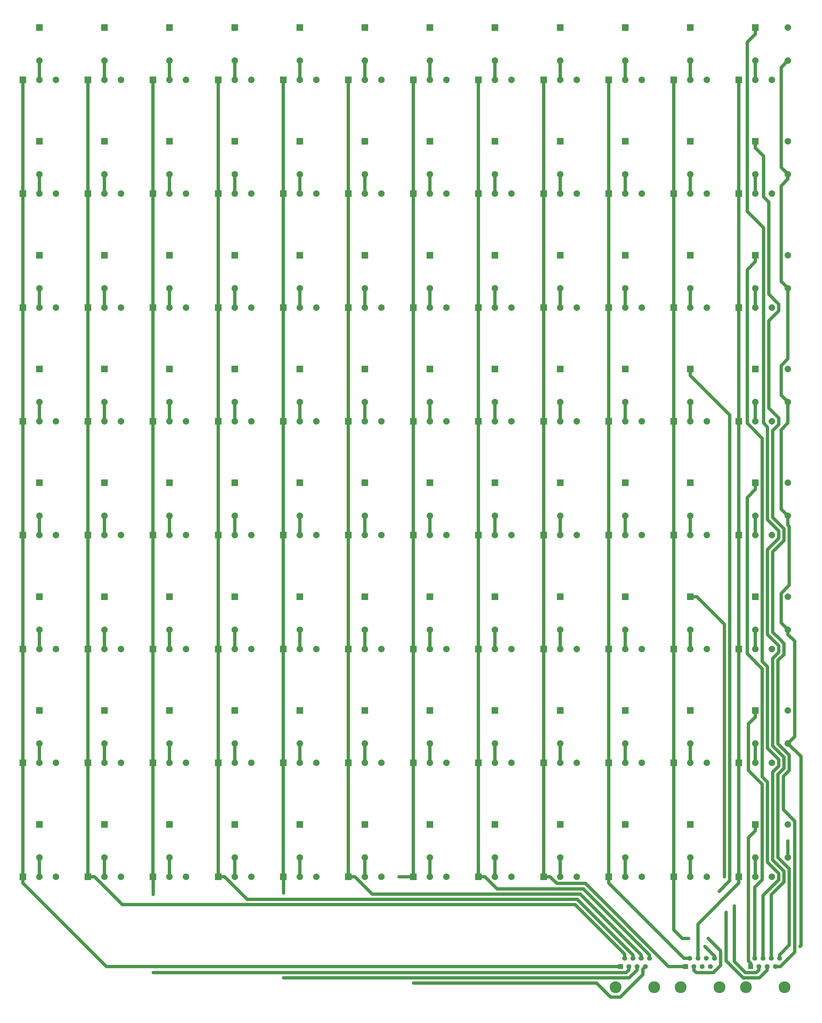
<source format=gbr>
%FSLAX46Y46*%
G04 Gerber Fmt 4.6, Leading zero omitted, Abs format (unit mm)*
G04 Created by KiCad (PCBNEW (2014-10-05 BZR 5164)-product) date Mon 03 Nov 2014 10:46:33 AM CET*
%MOMM*%
G01*
G04 APERTURE LIST*
%ADD10C,0.100000*%
%ADD11C,1.998980*%
%ADD12C,3.649980*%
%ADD13R,1.501140X1.501140*%
%ADD14C,1.501140*%
%ADD15R,1.998980X1.998980*%
%ADD16C,2.000000*%
%ADD17R,2.000000X2.000000*%
%ADD18C,0.889000*%
%ADD19C,1.016000*%
G04 APERTURE END LIST*
D10*
D11*
X419500000Y-279920000D03*
X419500000Y-290080000D03*
D12*
X418438520Y-365000000D03*
X406569100Y-365000000D03*
D13*
X408055000Y-358650000D03*
D14*
X409325000Y-356110000D03*
X410595000Y-358650000D03*
X411865000Y-356110000D03*
X413135000Y-358650000D03*
X414405000Y-356110000D03*
X415675000Y-358650000D03*
X416945000Y-356110000D03*
D12*
X398438520Y-365000000D03*
X386569100Y-365000000D03*
D13*
X388055000Y-358650000D03*
D14*
X389325000Y-356110000D03*
X390595000Y-358650000D03*
X391865000Y-356110000D03*
X393135000Y-358650000D03*
X394405000Y-356110000D03*
X395675000Y-358650000D03*
X396945000Y-356110000D03*
D11*
X189500000Y-325080000D03*
D15*
X189500000Y-314920000D03*
D11*
X189500000Y-290080000D03*
D15*
X189500000Y-279920000D03*
D11*
X189500000Y-255080000D03*
D15*
X189500000Y-244920000D03*
D11*
X189500000Y-220080000D03*
D15*
X189500000Y-209920000D03*
D11*
X189500000Y-185080000D03*
D15*
X189500000Y-174920000D03*
D11*
X189500000Y-150080000D03*
D15*
X189500000Y-139920000D03*
D11*
X189500000Y-115080000D03*
D15*
X189500000Y-104920000D03*
D11*
X189500000Y-80080000D03*
D15*
X189500000Y-69920000D03*
D11*
X209500000Y-325080000D03*
D15*
X209500000Y-314920000D03*
D11*
X209500000Y-290080000D03*
D15*
X209500000Y-279920000D03*
D11*
X209500000Y-255080000D03*
D15*
X209500000Y-244920000D03*
D11*
X209500000Y-220080000D03*
D15*
X209500000Y-209920000D03*
D11*
X209500000Y-185080000D03*
D15*
X209500000Y-174920000D03*
D11*
X209500000Y-150080000D03*
D15*
X209500000Y-139920000D03*
D11*
X209500000Y-115080000D03*
D15*
X209500000Y-104920000D03*
D11*
X209500000Y-80080000D03*
D15*
X209500000Y-69920000D03*
D11*
X229500000Y-325080000D03*
D15*
X229500000Y-314920000D03*
D11*
X229500000Y-290080000D03*
D15*
X229500000Y-279920000D03*
D11*
X229500000Y-255080000D03*
D15*
X229500000Y-244920000D03*
D11*
X229500000Y-220080000D03*
D15*
X229500000Y-209920000D03*
D11*
X229500000Y-185080000D03*
D15*
X229500000Y-174920000D03*
D11*
X229500000Y-150080000D03*
D15*
X229500000Y-139920000D03*
D11*
X229500000Y-115080000D03*
D15*
X229500000Y-104920000D03*
D11*
X229500000Y-80080000D03*
D15*
X229500000Y-69920000D03*
D11*
X249500000Y-325080000D03*
D15*
X249500000Y-314920000D03*
D11*
X249500000Y-290080000D03*
D15*
X249500000Y-279920000D03*
D11*
X249500000Y-255080000D03*
D15*
X249500000Y-244920000D03*
D11*
X249500000Y-220080000D03*
D15*
X249500000Y-209920000D03*
D11*
X249500000Y-185080000D03*
D15*
X249500000Y-174920000D03*
D11*
X249500000Y-150080000D03*
D15*
X249500000Y-139920000D03*
D11*
X249500000Y-115080000D03*
D15*
X249500000Y-104920000D03*
D11*
X249500000Y-80080000D03*
D15*
X249500000Y-69920000D03*
D11*
X269500000Y-325080000D03*
D15*
X269500000Y-314920000D03*
D11*
X269500000Y-290080000D03*
D15*
X269500000Y-279920000D03*
D11*
X269500000Y-255080000D03*
D15*
X269500000Y-244920000D03*
D11*
X269500000Y-220080000D03*
D15*
X269500000Y-209920000D03*
D11*
X269500000Y-185080000D03*
D15*
X269500000Y-174920000D03*
D11*
X269500000Y-150080000D03*
D15*
X269500000Y-139920000D03*
D11*
X269500000Y-115080000D03*
D15*
X269500000Y-104920000D03*
D11*
X269500000Y-80080000D03*
D15*
X269500000Y-69920000D03*
D11*
X289500000Y-325080000D03*
D15*
X289500000Y-314920000D03*
D11*
X289500000Y-290080000D03*
D15*
X289500000Y-279920000D03*
D11*
X289500000Y-255080000D03*
D15*
X289500000Y-244920000D03*
D11*
X289500000Y-220080000D03*
D15*
X289500000Y-209920000D03*
D11*
X289500000Y-185080000D03*
D15*
X289500000Y-174920000D03*
D11*
X289500000Y-150080000D03*
D15*
X289500000Y-139920000D03*
D11*
X289500000Y-115080000D03*
D15*
X289500000Y-104920000D03*
D11*
X289500000Y-80080000D03*
D15*
X289500000Y-69920000D03*
D11*
X309500000Y-325080000D03*
D15*
X309500000Y-314920000D03*
D11*
X309500000Y-290080000D03*
D15*
X309500000Y-279920000D03*
D11*
X309500000Y-255080000D03*
D15*
X309500000Y-244920000D03*
D11*
X309500000Y-220080000D03*
D15*
X309500000Y-209920000D03*
D11*
X309500000Y-185080000D03*
D15*
X309500000Y-174920000D03*
D11*
X309500000Y-150080000D03*
D15*
X309500000Y-139920000D03*
D11*
X309500000Y-115080000D03*
D15*
X309500000Y-104920000D03*
D11*
X309500000Y-80080000D03*
D15*
X309500000Y-69920000D03*
D11*
X329500000Y-325080000D03*
D15*
X329500000Y-314920000D03*
D11*
X329500000Y-290080000D03*
D15*
X329500000Y-279920000D03*
D11*
X329500000Y-255080000D03*
D15*
X329500000Y-244920000D03*
D11*
X329500000Y-220080000D03*
D15*
X329500000Y-209920000D03*
D11*
X329500000Y-185080000D03*
D15*
X329500000Y-174920000D03*
D11*
X329500000Y-150080000D03*
D15*
X329500000Y-139920000D03*
D11*
X329500000Y-115080000D03*
D15*
X329500000Y-104920000D03*
D11*
X329500000Y-80080000D03*
D15*
X329500000Y-69920000D03*
D11*
X349500000Y-325080000D03*
D15*
X349500000Y-314920000D03*
D11*
X349500000Y-290080000D03*
D15*
X349500000Y-279920000D03*
D11*
X349500000Y-255080000D03*
D15*
X349500000Y-244920000D03*
D11*
X349500000Y-220080000D03*
D15*
X349500000Y-209920000D03*
D11*
X349500000Y-185080000D03*
D15*
X349500000Y-174920000D03*
D11*
X349500000Y-150080000D03*
D15*
X349500000Y-139920000D03*
D11*
X349500000Y-115080000D03*
D15*
X349500000Y-104920000D03*
D11*
X349500000Y-80080000D03*
D15*
X349500000Y-69920000D03*
D11*
X369500000Y-325080000D03*
D15*
X369500000Y-314920000D03*
D11*
X369500000Y-290080000D03*
D15*
X369500000Y-279920000D03*
D11*
X369500000Y-255080000D03*
D15*
X369500000Y-244920000D03*
D11*
X369500000Y-220080000D03*
D15*
X369500000Y-209920000D03*
D11*
X369500000Y-185080000D03*
D15*
X369500000Y-174920000D03*
D11*
X369500000Y-150080000D03*
D15*
X369500000Y-139920000D03*
D11*
X369500000Y-115080000D03*
D15*
X369500000Y-104920000D03*
D11*
X369500000Y-80080000D03*
D15*
X369500000Y-69920000D03*
D11*
X389500000Y-325080000D03*
D15*
X389500000Y-314920000D03*
D11*
X389500000Y-290080000D03*
D15*
X389500000Y-279920000D03*
D11*
X389500000Y-255080000D03*
D15*
X389500000Y-244920000D03*
D11*
X389500000Y-220080000D03*
D15*
X389500000Y-209920000D03*
D11*
X389500000Y-185080000D03*
D15*
X389500000Y-174920000D03*
D11*
X389500000Y-150080000D03*
D15*
X389500000Y-139920000D03*
D11*
X389500000Y-115080000D03*
D15*
X389500000Y-104920000D03*
D11*
X389500000Y-80080000D03*
D15*
X389500000Y-69920000D03*
D11*
X409500000Y-325080000D03*
D15*
X409500000Y-314920000D03*
D11*
X409500000Y-290080000D03*
D15*
X409500000Y-279920000D03*
D11*
X409500000Y-255080000D03*
D15*
X409500000Y-244920000D03*
D11*
X409500000Y-220080000D03*
D15*
X409500000Y-209920000D03*
D11*
X409500000Y-185080000D03*
D15*
X409500000Y-174920000D03*
D11*
X409500000Y-150080000D03*
D15*
X409500000Y-139920000D03*
D11*
X409500000Y-115080000D03*
D15*
X409500000Y-104920000D03*
D11*
X409500000Y-80080000D03*
D15*
X409500000Y-69920000D03*
D12*
X378438520Y-365000000D03*
X366569100Y-365000000D03*
D13*
X368055000Y-358650000D03*
D14*
X369325000Y-356110000D03*
X370595000Y-358650000D03*
X371865000Y-356110000D03*
X373135000Y-358650000D03*
X374405000Y-356110000D03*
X375675000Y-358650000D03*
X376945000Y-356110000D03*
D11*
X419500000Y-314920000D03*
X419500000Y-325080000D03*
X419500000Y-244920000D03*
X419500000Y-255080000D03*
X419500000Y-209920000D03*
X419500000Y-220080000D03*
X419500000Y-174920000D03*
X419500000Y-185080000D03*
X419500000Y-139920000D03*
X419500000Y-150080000D03*
X419500000Y-104920000D03*
X419500000Y-115080000D03*
X419500000Y-69920000D03*
X419500000Y-80080000D03*
D16*
X189500000Y-331000000D03*
X194580000Y-331000000D03*
D17*
X184420000Y-331000000D03*
D16*
X189500000Y-296000000D03*
X194580000Y-296000000D03*
D17*
X184420000Y-296000000D03*
D16*
X189500000Y-261000000D03*
X194580000Y-261000000D03*
D17*
X184420000Y-261000000D03*
D16*
X189500000Y-226000000D03*
X194580000Y-226000000D03*
D17*
X184420000Y-226000000D03*
D16*
X189500000Y-191000000D03*
X194580000Y-191000000D03*
D17*
X184420000Y-191000000D03*
D16*
X189500000Y-156000000D03*
X194580000Y-156000000D03*
D17*
X184420000Y-156000000D03*
D16*
X189500000Y-121000000D03*
X194580000Y-121000000D03*
D17*
X184420000Y-121000000D03*
D16*
X189500000Y-86000000D03*
X194580000Y-86000000D03*
D17*
X184420000Y-86000000D03*
D16*
X209500000Y-331000000D03*
X214580000Y-331000000D03*
D17*
X204420000Y-331000000D03*
D16*
X209500000Y-296000000D03*
X214580000Y-296000000D03*
D17*
X204420000Y-296000000D03*
D16*
X209500000Y-261000000D03*
X214580000Y-261000000D03*
D17*
X204420000Y-261000000D03*
D16*
X209500000Y-226000000D03*
X214580000Y-226000000D03*
D17*
X204420000Y-226000000D03*
D16*
X209500000Y-191000000D03*
X214580000Y-191000000D03*
D17*
X204420000Y-191000000D03*
D16*
X209500000Y-156000000D03*
X214580000Y-156000000D03*
D17*
X204420000Y-156000000D03*
D16*
X209500000Y-121000000D03*
X214580000Y-121000000D03*
D17*
X204420000Y-121000000D03*
D16*
X209500000Y-86000000D03*
X214580000Y-86000000D03*
D17*
X204420000Y-86000000D03*
D16*
X229500000Y-331000000D03*
X234580000Y-331000000D03*
D17*
X224420000Y-331000000D03*
D16*
X229500000Y-296000000D03*
X234580000Y-296000000D03*
D17*
X224420000Y-296000000D03*
D16*
X229500000Y-261000000D03*
X234580000Y-261000000D03*
D17*
X224420000Y-261000000D03*
D16*
X229500000Y-226000000D03*
X234580000Y-226000000D03*
D17*
X224420000Y-226000000D03*
D16*
X229500000Y-191000000D03*
X234580000Y-191000000D03*
D17*
X224420000Y-191000000D03*
D16*
X229500000Y-156000000D03*
X234580000Y-156000000D03*
D17*
X224420000Y-156000000D03*
D16*
X229500000Y-121000000D03*
X234580000Y-121000000D03*
D17*
X224420000Y-121000000D03*
D16*
X229500000Y-86000000D03*
X234580000Y-86000000D03*
D17*
X224420000Y-86000000D03*
D16*
X249500000Y-331000000D03*
X254580000Y-331000000D03*
D17*
X244420000Y-331000000D03*
D16*
X249500000Y-296000000D03*
X254580000Y-296000000D03*
D17*
X244420000Y-296000000D03*
D16*
X249500000Y-261000000D03*
X254580000Y-261000000D03*
D17*
X244420000Y-261000000D03*
D16*
X249500000Y-226000000D03*
X254580000Y-226000000D03*
D17*
X244420000Y-226000000D03*
D16*
X249500000Y-191000000D03*
X254580000Y-191000000D03*
D17*
X244420000Y-191000000D03*
D16*
X249500000Y-156000000D03*
X254580000Y-156000000D03*
D17*
X244420000Y-156000000D03*
D16*
X249500000Y-121000000D03*
X254580000Y-121000000D03*
D17*
X244420000Y-121000000D03*
D16*
X249500000Y-86000000D03*
X254580000Y-86000000D03*
D17*
X244420000Y-86000000D03*
D16*
X269500000Y-331000000D03*
X274580000Y-331000000D03*
D17*
X264420000Y-331000000D03*
D16*
X269500000Y-296000000D03*
X274580000Y-296000000D03*
D17*
X264420000Y-296000000D03*
D16*
X269500000Y-261000000D03*
X274580000Y-261000000D03*
D17*
X264420000Y-261000000D03*
D16*
X269500000Y-226000000D03*
X274580000Y-226000000D03*
D17*
X264420000Y-226000000D03*
D16*
X269500000Y-191000000D03*
X274580000Y-191000000D03*
D17*
X264420000Y-191000000D03*
D16*
X269500000Y-156000000D03*
X274580000Y-156000000D03*
D17*
X264420000Y-156000000D03*
D16*
X269500000Y-121000000D03*
X274580000Y-121000000D03*
D17*
X264420000Y-121000000D03*
D16*
X269500000Y-86000000D03*
X274580000Y-86000000D03*
D17*
X264420000Y-86000000D03*
D16*
X289500000Y-331000000D03*
X294580000Y-331000000D03*
D17*
X284420000Y-331000000D03*
D16*
X289500000Y-296000000D03*
X294580000Y-296000000D03*
D17*
X284420000Y-296000000D03*
D16*
X289500000Y-261000000D03*
X294580000Y-261000000D03*
D17*
X284420000Y-261000000D03*
D16*
X289500000Y-226000000D03*
X294580000Y-226000000D03*
D17*
X284420000Y-226000000D03*
D16*
X289500000Y-191000000D03*
X294580000Y-191000000D03*
D17*
X284420000Y-191000000D03*
D16*
X289500000Y-156000000D03*
X294580000Y-156000000D03*
D17*
X284420000Y-156000000D03*
D16*
X289500000Y-121000000D03*
X294580000Y-121000000D03*
D17*
X284420000Y-121000000D03*
D16*
X289500000Y-86000000D03*
X294580000Y-86000000D03*
D17*
X284420000Y-86000000D03*
D16*
X309500000Y-331000000D03*
X314580000Y-331000000D03*
D17*
X304420000Y-331000000D03*
D16*
X309500000Y-296000000D03*
X314580000Y-296000000D03*
D17*
X304420000Y-296000000D03*
D16*
X309500000Y-261000000D03*
X314580000Y-261000000D03*
D17*
X304420000Y-261000000D03*
D16*
X309500000Y-226000000D03*
X314580000Y-226000000D03*
D17*
X304420000Y-226000000D03*
D16*
X309500000Y-191000000D03*
X314580000Y-191000000D03*
D17*
X304420000Y-191000000D03*
D16*
X309500000Y-156000000D03*
X314580000Y-156000000D03*
D17*
X304420000Y-156000000D03*
D16*
X309500000Y-121000000D03*
X314580000Y-121000000D03*
D17*
X304420000Y-121000000D03*
D16*
X309500000Y-86000000D03*
X314580000Y-86000000D03*
D17*
X304420000Y-86000000D03*
D16*
X329500000Y-331000000D03*
X334580000Y-331000000D03*
D17*
X324420000Y-331000000D03*
D16*
X329500000Y-296000000D03*
X334580000Y-296000000D03*
D17*
X324420000Y-296000000D03*
D16*
X329500000Y-261000000D03*
X334580000Y-261000000D03*
D17*
X324420000Y-261000000D03*
D16*
X329500000Y-226000000D03*
X334580000Y-226000000D03*
D17*
X324420000Y-226000000D03*
D16*
X329500000Y-191000000D03*
X334580000Y-191000000D03*
D17*
X324420000Y-191000000D03*
D16*
X329500000Y-156000000D03*
X334580000Y-156000000D03*
D17*
X324420000Y-156000000D03*
D16*
X329500000Y-121000000D03*
X334580000Y-121000000D03*
D17*
X324420000Y-121000000D03*
D16*
X329500000Y-86000000D03*
X334580000Y-86000000D03*
D17*
X324420000Y-86000000D03*
D16*
X349500000Y-331000000D03*
X354580000Y-331000000D03*
D17*
X344420000Y-331000000D03*
D16*
X349500000Y-296000000D03*
X354580000Y-296000000D03*
D17*
X344420000Y-296000000D03*
D16*
X349500000Y-261000000D03*
X354580000Y-261000000D03*
D17*
X344420000Y-261000000D03*
D16*
X349500000Y-226000000D03*
X354580000Y-226000000D03*
D17*
X344420000Y-226000000D03*
D16*
X349500000Y-191000000D03*
X354580000Y-191000000D03*
D17*
X344420000Y-191000000D03*
D16*
X349500000Y-156000000D03*
X354580000Y-156000000D03*
D17*
X344420000Y-156000000D03*
D16*
X349500000Y-121000000D03*
X354580000Y-121000000D03*
D17*
X344420000Y-121000000D03*
D16*
X349500000Y-86000000D03*
X354580000Y-86000000D03*
D17*
X344420000Y-86000000D03*
D16*
X369500000Y-331000000D03*
X374580000Y-331000000D03*
D17*
X364420000Y-331000000D03*
D16*
X369500000Y-296000000D03*
X374580000Y-296000000D03*
D17*
X364420000Y-296000000D03*
D16*
X369500000Y-261000000D03*
X374580000Y-261000000D03*
D17*
X364420000Y-261000000D03*
D16*
X369500000Y-226000000D03*
X374580000Y-226000000D03*
D17*
X364420000Y-226000000D03*
D16*
X369500000Y-191000000D03*
X374580000Y-191000000D03*
D17*
X364420000Y-191000000D03*
D16*
X369500000Y-156000000D03*
X374580000Y-156000000D03*
D17*
X364420000Y-156000000D03*
D16*
X369500000Y-121000000D03*
X374580000Y-121000000D03*
D17*
X364420000Y-121000000D03*
D16*
X369500000Y-86000000D03*
X374580000Y-86000000D03*
D17*
X364420000Y-86000000D03*
D16*
X389500000Y-331000000D03*
X394580000Y-331000000D03*
D17*
X384420000Y-331000000D03*
D16*
X389500000Y-296000000D03*
X394580000Y-296000000D03*
D17*
X384420000Y-296000000D03*
D16*
X389500000Y-261000000D03*
X394580000Y-261000000D03*
D17*
X384420000Y-261000000D03*
D16*
X389500000Y-226000000D03*
X394580000Y-226000000D03*
D17*
X384420000Y-226000000D03*
D16*
X389500000Y-191000000D03*
X394580000Y-191000000D03*
D17*
X384420000Y-191000000D03*
D16*
X389500000Y-156000000D03*
X394580000Y-156000000D03*
D17*
X384420000Y-156000000D03*
D16*
X389500000Y-121000000D03*
X394580000Y-121000000D03*
D17*
X384420000Y-121000000D03*
D16*
X389500000Y-86000000D03*
X394580000Y-86000000D03*
D17*
X384420000Y-86000000D03*
D16*
X409500000Y-331000000D03*
X414580000Y-331000000D03*
D17*
X404420000Y-331000000D03*
D16*
X409500000Y-296000000D03*
X414580000Y-296000000D03*
D17*
X404420000Y-296000000D03*
D16*
X409500000Y-261000000D03*
X414580000Y-261000000D03*
D17*
X404420000Y-261000000D03*
D16*
X409500000Y-226000000D03*
X414580000Y-226000000D03*
D17*
X404420000Y-226000000D03*
D16*
X409500000Y-191000000D03*
X414580000Y-191000000D03*
D17*
X404420000Y-191000000D03*
D16*
X409500000Y-156000000D03*
X414580000Y-156000000D03*
D17*
X404420000Y-156000000D03*
D16*
X409500000Y-121000000D03*
X414580000Y-121000000D03*
D17*
X404420000Y-121000000D03*
D16*
X409500000Y-86000000D03*
X414580000Y-86000000D03*
D17*
X404420000Y-86000000D03*
D18*
X403000000Y-340000000D03*
X400000000Y-331000000D03*
X398383990Y-335500000D03*
X400500000Y-342000000D03*
X389000000Y-350000000D03*
X395000000Y-350000000D03*
X423160001Y-352500000D03*
X394000000Y-352500000D03*
X419500000Y-320000000D03*
X423500000Y-320000000D03*
X224500000Y-336500000D03*
X224500000Y-360500000D03*
X264500000Y-362061081D03*
X264500000Y-336000000D03*
X304420000Y-363677091D03*
X300000000Y-331000000D03*
D19*
X189500000Y-325080000D02*
X189500000Y-331000000D01*
X409500000Y-316935490D02*
X409500000Y-314920000D01*
X407391999Y-319043491D02*
X409500000Y-316935490D01*
X407391999Y-356927685D02*
X407391999Y-319043491D01*
X408055000Y-357590686D02*
X407391999Y-356927685D01*
X408055000Y-358650000D02*
X408055000Y-357590686D01*
X189500000Y-290080000D02*
X189500000Y-296000000D01*
X409500000Y-281935490D02*
X409500000Y-279920000D01*
X407391999Y-284043491D02*
X409500000Y-281935490D01*
X407391999Y-298391999D02*
X407391999Y-284043491D01*
X411608001Y-302608001D02*
X407391999Y-298391999D01*
X411608001Y-332011841D02*
X411608001Y-302608001D01*
X409325000Y-334294842D02*
X411608001Y-332011841D01*
X409325000Y-356110000D02*
X409325000Y-334294842D01*
X189500000Y-255080000D02*
X189500000Y-261000000D01*
X400000000Y-331000000D02*
X400000000Y-253404510D01*
X403000000Y-357090542D02*
X403000000Y-340000000D01*
X409797895Y-360508571D02*
X406418029Y-360508571D01*
X410595000Y-359711466D02*
X409797895Y-360508571D01*
X406418029Y-360508571D02*
X403000000Y-357090542D01*
X410595000Y-358650000D02*
X410595000Y-359711466D01*
X391515490Y-244920000D02*
X389500000Y-244920000D01*
X400000000Y-253404510D02*
X391515490Y-244920000D01*
X189500000Y-220080000D02*
X189500000Y-226000000D01*
X416688001Y-329988159D02*
X413224011Y-326524169D01*
X416688001Y-332011841D02*
X416688001Y-329988159D01*
X411865000Y-336834842D02*
X416688001Y-332011841D01*
X411865000Y-356110000D02*
X411865000Y-336834842D01*
X411608001Y-267108001D02*
X407000000Y-262500000D01*
X411608001Y-300322618D02*
X411608001Y-267108001D01*
X413224011Y-301938628D02*
X411608001Y-300322618D01*
X413224011Y-326524169D02*
X413224011Y-301938628D01*
X409500000Y-211935490D02*
X409500000Y-209920000D01*
X407000000Y-214435490D02*
X409500000Y-211935490D01*
X407000000Y-262500000D02*
X407000000Y-214435490D01*
X189500000Y-185080000D02*
X189500000Y-191000000D01*
X398441995Y-335441995D02*
X398383990Y-335500000D01*
X413135000Y-358650000D02*
X413135000Y-359711466D01*
X413135000Y-359711466D02*
X410721885Y-362124581D01*
X400500000Y-356875924D02*
X400500000Y-342000000D01*
X410721885Y-362124581D02*
X405748657Y-362124581D01*
X405748657Y-362124581D02*
X400500000Y-356875924D01*
X401616010Y-332267980D02*
X401616010Y-189051500D01*
X401616010Y-189051500D02*
X389500000Y-176935490D01*
X389500000Y-174920000D02*
X389500000Y-176935490D01*
X398441995Y-335441995D02*
X401616010Y-332267980D01*
X398383990Y-335500000D02*
X398441995Y-335441995D01*
X189500000Y-150080000D02*
X189500000Y-156000000D01*
X418304011Y-329318787D02*
X414840021Y-325854797D01*
X418304011Y-332681214D02*
X418304011Y-329318787D01*
X414405000Y-336580224D02*
X418304011Y-332681214D01*
X414405000Y-356110000D02*
X414405000Y-336580224D01*
X416688001Y-294988159D02*
X413224011Y-291524169D01*
X416688001Y-296992041D02*
X416688001Y-294988159D01*
X414840021Y-298840021D02*
X416688001Y-296992041D01*
X414840021Y-325854797D02*
X414840021Y-298840021D01*
X411608001Y-196227843D02*
X407000000Y-191619842D01*
X411608001Y-264822618D02*
X411608001Y-196227843D01*
X413224011Y-266438628D02*
X411608001Y-264822618D01*
X413224011Y-291524169D02*
X413224011Y-266438628D01*
X409500000Y-141935490D02*
X409500000Y-139920000D01*
X407000000Y-144435490D02*
X409500000Y-141935490D01*
X407000000Y-191619842D02*
X407000000Y-144435490D01*
X189500000Y-115080000D02*
X189500000Y-121000000D01*
X412000000Y-109435490D02*
X409500000Y-106935490D01*
X413616010Y-151916168D02*
X413616010Y-123616010D01*
X416688001Y-157011841D02*
X416688001Y-154988159D01*
X413616010Y-160083832D02*
X416688001Y-157011841D01*
X413616010Y-186916168D02*
X413616010Y-160083832D01*
X409500000Y-106935490D02*
X409500000Y-104920000D01*
X414840021Y-193859821D02*
X416688001Y-192011841D01*
X418304011Y-224018628D02*
X414840021Y-220554639D01*
X413616010Y-123616010D02*
X412000000Y-122000000D01*
X414840021Y-255840021D02*
X414840021Y-231145203D01*
X412000000Y-122000000D02*
X412000000Y-109435490D01*
X418304011Y-227681214D02*
X418304011Y-224018628D01*
X418304011Y-259318786D02*
X416985224Y-258000000D01*
X414840021Y-231145203D02*
X418304011Y-227681214D01*
X416456031Y-264529193D02*
X418304011Y-262681214D01*
X419920021Y-293649415D02*
X416456031Y-290185425D01*
X416985224Y-257985224D02*
X414840021Y-255840021D01*
X416688001Y-189988159D02*
X413616010Y-186916168D01*
X419920021Y-298330787D02*
X419920021Y-293649415D01*
X418072041Y-300178765D02*
X419920021Y-298330787D01*
X416688001Y-192011841D02*
X416688001Y-189988159D01*
X418072041Y-310372953D02*
X418072041Y-300178765D01*
X418304011Y-262681214D02*
X418304011Y-259318786D01*
X416688001Y-154988159D02*
X413616010Y-151916168D01*
X421607491Y-313908403D02*
X418072041Y-310372953D01*
X414840021Y-220554639D02*
X414840021Y-193859821D01*
X421607491Y-354198195D02*
X421607491Y-313908403D01*
X417155686Y-358650000D02*
X421607491Y-354198195D01*
X416985224Y-258000000D02*
X416985224Y-257985224D01*
X416456031Y-290185425D02*
X416456031Y-264529193D01*
X415675000Y-358650000D02*
X417155686Y-358650000D01*
X189500000Y-80080000D02*
X189500000Y-86000000D01*
X409500000Y-71935490D02*
X409500000Y-69920000D01*
X407000000Y-126500000D02*
X407000000Y-74435490D01*
X412000000Y-131500000D02*
X407000000Y-126500000D01*
X413224011Y-221224011D02*
X413224011Y-192763853D01*
X413224011Y-256524169D02*
X413224011Y-230475831D01*
X416688001Y-259988159D02*
X413224011Y-256524169D01*
X413224011Y-192763853D02*
X412000000Y-191539842D01*
X416688001Y-224688001D02*
X413224011Y-221224011D01*
X414840021Y-263859821D02*
X416688001Y-262011841D01*
X418304011Y-294318787D02*
X414840021Y-290854797D01*
X413224011Y-230475831D02*
X416688001Y-227011841D01*
X418304011Y-297661414D02*
X418304011Y-294318787D01*
X416456031Y-325155119D02*
X416456031Y-299509393D01*
X412000000Y-191539842D02*
X412000000Y-131500000D01*
X419920021Y-328619109D02*
X416456031Y-325155119D01*
X414840021Y-290854797D02*
X414840021Y-263859821D01*
X416688001Y-262011841D02*
X416688001Y-259988159D01*
X416945000Y-355048534D02*
X419920021Y-352073513D01*
X416456031Y-299509393D02*
X418304011Y-297661414D01*
X407000000Y-74435490D02*
X409500000Y-71935490D01*
X419920021Y-352073513D02*
X419920021Y-328619109D01*
X416688001Y-227011841D02*
X416688001Y-224688001D01*
X416945000Y-356110000D02*
X416945000Y-355048534D01*
X209500000Y-325080000D02*
X209500000Y-331000000D01*
X209500000Y-290080000D02*
X209500000Y-296000000D01*
X209500000Y-255080000D02*
X209500000Y-261000000D01*
X209500000Y-220080000D02*
X209500000Y-226000000D01*
X209500000Y-185080000D02*
X209500000Y-191000000D01*
X209500000Y-150080000D02*
X209500000Y-156000000D01*
X209500000Y-115080000D02*
X209500000Y-121000000D01*
X209500000Y-80080000D02*
X209500000Y-86000000D01*
X229500000Y-325080000D02*
X229500000Y-331000000D01*
X229500000Y-290080000D02*
X229500000Y-296000000D01*
X229500000Y-255080000D02*
X229500000Y-261000000D01*
X229500000Y-220080000D02*
X229500000Y-226000000D01*
X229500000Y-185080000D02*
X229500000Y-191000000D01*
X229500000Y-150080000D02*
X229500000Y-156000000D01*
X229500000Y-115080000D02*
X229500000Y-121000000D01*
X229500000Y-80080000D02*
X229500000Y-86000000D01*
X249500000Y-325080000D02*
X249500000Y-331000000D01*
X249500000Y-290080000D02*
X249500000Y-296000000D01*
X249500000Y-255080000D02*
X249500000Y-261000000D01*
X249500000Y-220080000D02*
X249500000Y-226000000D01*
X249500000Y-185080000D02*
X249500000Y-191000000D01*
X249500000Y-150080000D02*
X249500000Y-156000000D01*
X249500000Y-121000000D02*
X249500000Y-115080000D01*
X249500000Y-80080000D02*
X249500000Y-86000000D01*
X269500000Y-325080000D02*
X269500000Y-331000000D01*
X269500000Y-290080000D02*
X269500000Y-296000000D01*
X269500000Y-255080000D02*
X269500000Y-261000000D01*
X269500000Y-220080000D02*
X269500000Y-226000000D01*
X269500000Y-185080000D02*
X269500000Y-191000000D01*
X269500000Y-150080000D02*
X269500000Y-156000000D01*
X269500000Y-121000000D02*
X269500000Y-115080000D01*
X269500000Y-80080000D02*
X269500000Y-86000000D01*
X289500000Y-325080000D02*
X289500000Y-331000000D01*
X289500000Y-290080000D02*
X289500000Y-296000000D01*
X289500000Y-255080000D02*
X289500000Y-261000000D01*
X289500000Y-220080000D02*
X289500000Y-226000000D01*
X289500000Y-185080000D02*
X289500000Y-191000000D01*
X289500000Y-150080000D02*
X289500000Y-156000000D01*
X289500000Y-115080000D02*
X289500000Y-121000000D01*
X289500000Y-80080000D02*
X289500000Y-86000000D01*
X309500000Y-325080000D02*
X309500000Y-331000000D01*
X309500000Y-290080000D02*
X309500000Y-296000000D01*
X309500000Y-255080000D02*
X309500000Y-261000000D01*
X309500000Y-220080000D02*
X309500000Y-226000000D01*
X309500000Y-185080000D02*
X309500000Y-191000000D01*
X309500000Y-150080000D02*
X309500000Y-156000000D01*
X309500000Y-115080000D02*
X309500000Y-121000000D01*
X309500000Y-80080000D02*
X309500000Y-86000000D01*
X329500000Y-325080000D02*
X329500000Y-331000000D01*
X329500000Y-290080000D02*
X329500000Y-296000000D01*
X329500000Y-255080000D02*
X329500000Y-261000000D01*
X329500000Y-220080000D02*
X329500000Y-226000000D01*
X329500000Y-185080000D02*
X329500000Y-191000000D01*
X329500000Y-150080000D02*
X329500000Y-156000000D01*
X329500000Y-115080000D02*
X329500000Y-121000000D01*
X329500000Y-80080000D02*
X329500000Y-86000000D01*
X349500000Y-325080000D02*
X349500000Y-331000000D01*
X349500000Y-290080000D02*
X349500000Y-296000000D01*
X349500000Y-255080000D02*
X349500000Y-261000000D01*
X349500000Y-220080000D02*
X349500000Y-226000000D01*
X349500000Y-185080000D02*
X349500000Y-191000000D01*
X349500000Y-150080000D02*
X349500000Y-156000000D01*
X349500000Y-115080000D02*
X349500000Y-121000000D01*
X349500000Y-80080000D02*
X349500000Y-86000000D01*
X369500000Y-325080000D02*
X369500000Y-331000000D01*
X369500000Y-290080000D02*
X369500000Y-296000000D01*
X369500000Y-255080000D02*
X369500000Y-261000000D01*
X369500000Y-220080000D02*
X369500000Y-226000000D01*
X369500000Y-185080000D02*
X369500000Y-191000000D01*
X369500000Y-150080000D02*
X369500000Y-156000000D01*
X369500000Y-115080000D02*
X369500000Y-121000000D01*
X369500000Y-80080000D02*
X369500000Y-86000000D01*
X389500000Y-325080000D02*
X389500000Y-331000000D01*
X389500000Y-290080000D02*
X389500000Y-296000000D01*
X389500000Y-255080000D02*
X389500000Y-261000000D01*
X389500000Y-220080000D02*
X389500000Y-226000000D01*
X389500000Y-185080000D02*
X389500000Y-191000000D01*
X389500000Y-150080000D02*
X389500000Y-156000000D01*
X389500000Y-115080000D02*
X389500000Y-121000000D01*
X389500000Y-80080000D02*
X389500000Y-86000000D01*
X409500000Y-325080000D02*
X409500000Y-331000000D01*
X409500000Y-290080000D02*
X409500000Y-296000000D01*
X409500000Y-255080000D02*
X409500000Y-261000000D01*
X409500000Y-220080000D02*
X409500000Y-226000000D01*
X409500000Y-185080000D02*
X409500000Y-191000000D01*
X409500000Y-150080000D02*
X409500000Y-156000000D01*
X409500000Y-115080000D02*
X409500000Y-121000000D01*
X409500000Y-80080000D02*
X409500000Y-86000000D01*
X388055000Y-358650000D02*
X382831848Y-358650000D01*
X382831848Y-358650000D02*
X357289849Y-333108001D01*
X357289849Y-333108001D02*
X348544001Y-333108001D01*
X348544001Y-333108001D02*
X346436000Y-331000000D01*
X346436000Y-331000000D02*
X344420000Y-331000000D01*
X344420000Y-86000000D02*
X344420000Y-331000000D01*
X364420000Y-331000000D02*
X364420000Y-333016000D01*
X364420000Y-333016000D02*
X387514000Y-356110000D01*
X387514000Y-356110000D02*
X388263534Y-356110000D01*
X388263534Y-356110000D02*
X389325000Y-356110000D01*
X364420000Y-331000000D02*
X364420000Y-86000000D01*
X387000000Y-350000000D02*
X384420000Y-347420000D01*
X384420000Y-347420000D02*
X384420000Y-331000000D01*
X389000000Y-350000000D02*
X387000000Y-350000000D01*
X390595000Y-358650000D02*
X390595000Y-359711466D01*
X390595000Y-359711466D02*
X391392105Y-360508571D01*
X391392105Y-360508571D02*
X396567115Y-360508571D01*
X396567115Y-360508571D02*
X398803571Y-358272115D01*
X398803571Y-358272115D02*
X398803571Y-353803571D01*
X398803571Y-353803571D02*
X395000000Y-350000000D01*
X384420000Y-86000000D02*
X384420000Y-331000000D01*
X404420000Y-331000000D02*
X404420000Y-333016000D01*
X404420000Y-333016000D02*
X391865000Y-345571000D01*
X391865000Y-345571000D02*
X391865000Y-355048534D01*
X391865000Y-355048534D02*
X391865000Y-356110000D01*
X404420000Y-331000000D02*
X404420000Y-86000000D01*
X423500000Y-320000000D02*
X423500000Y-294080000D01*
X423500000Y-294080000D02*
X419500000Y-290080000D01*
X423500000Y-320000000D02*
X423500000Y-352223501D01*
X423500000Y-352223501D02*
X423223501Y-352500000D01*
X396945000Y-356110000D02*
X396945000Y-355445000D01*
X396945000Y-355445000D02*
X394000000Y-352500000D01*
X419500000Y-320000000D02*
X419500000Y-325080000D01*
X419500000Y-255080000D02*
X419500000Y-256493492D01*
X421607491Y-258600983D02*
X421607491Y-287972509D01*
X419500000Y-256493492D02*
X421607491Y-258600983D01*
X421607491Y-287972509D02*
X420499489Y-289080511D01*
X420499489Y-289080511D02*
X419500000Y-290080000D01*
X418500511Y-114080511D02*
X419500000Y-115080000D01*
X417392509Y-112972509D02*
X418500511Y-114080511D01*
X417392509Y-82187491D02*
X417392509Y-112972509D01*
X419500000Y-80080000D02*
X417392509Y-82187491D01*
X418500511Y-149080511D02*
X419500000Y-150080000D01*
X417392509Y-147972509D02*
X418500511Y-149080511D01*
X417392509Y-118600983D02*
X417392509Y-147972509D01*
X419500000Y-116493492D02*
X417392509Y-118600983D01*
X419500000Y-115080000D02*
X419500000Y-116493492D01*
X418500511Y-184080511D02*
X419500000Y-185080000D01*
X417392509Y-173908403D02*
X417392509Y-182972509D01*
X417392509Y-182972509D02*
X418500511Y-184080511D01*
X419500000Y-171800912D02*
X417392509Y-173908403D01*
X419500000Y-150080000D02*
X419500000Y-171800912D01*
X418500511Y-219080511D02*
X419500000Y-220080000D01*
X417392509Y-217972509D02*
X418500511Y-219080511D01*
X417392509Y-193592716D02*
X417392509Y-217972509D01*
X419500000Y-191485225D02*
X417392509Y-193592716D01*
X419500000Y-185080000D02*
X419500000Y-191485225D01*
X417392509Y-243908403D02*
X417392509Y-252972509D01*
X418500511Y-254080511D02*
X419500000Y-255080000D01*
X419920021Y-241380891D02*
X417392509Y-243908403D01*
X419920021Y-223349255D02*
X419920021Y-241380891D01*
X419500000Y-222929234D02*
X419920021Y-223349255D01*
X417392509Y-252972509D02*
X418500511Y-254080511D01*
X419500000Y-220080000D02*
X419500000Y-222929234D01*
X368055000Y-358650000D02*
X210054000Y-358650000D01*
X210054000Y-358650000D02*
X184420000Y-333016000D01*
X184420000Y-333016000D02*
X184420000Y-331000000D01*
X184420000Y-86000000D02*
X184420000Y-331000000D01*
X204420000Y-331000000D02*
X206436000Y-331000000D01*
X354103125Y-339572041D02*
X354103125Y-339603125D01*
X354103125Y-339603125D02*
X369325000Y-354825000D01*
X206436000Y-331000000D02*
X215008041Y-339572041D01*
X215008041Y-339572041D02*
X354103125Y-339572041D01*
X369325000Y-354825000D02*
X369325000Y-356110000D01*
X204420000Y-331000000D02*
X204420000Y-86000000D01*
X224500000Y-336500000D02*
X224500000Y-331080000D01*
X224500000Y-331080000D02*
X224420000Y-331000000D01*
X370595000Y-358650000D02*
X370595000Y-359711466D01*
X370595000Y-359711466D02*
X369797895Y-360508571D01*
X369797895Y-360508571D02*
X224508571Y-360508571D01*
X224508571Y-360508571D02*
X224500000Y-360500000D01*
X224420000Y-86000000D02*
X224420000Y-331000000D01*
X371865000Y-356110000D02*
X371865000Y-355048534D01*
X371865000Y-355048534D02*
X354772497Y-337956031D01*
X354772497Y-337956031D02*
X253392031Y-337956031D01*
X253392031Y-337956031D02*
X246436000Y-331000000D01*
X246436000Y-331000000D02*
X244420000Y-331000000D01*
X244420000Y-331000000D02*
X244420000Y-86000000D01*
X264500000Y-336000000D02*
X264500000Y-331080000D01*
X264500000Y-331080000D02*
X264420000Y-331000000D01*
X373135000Y-358650000D02*
X373135000Y-359711466D01*
X373135000Y-359711466D02*
X370721885Y-362124581D01*
X370721885Y-362124581D02*
X370467268Y-362124581D01*
X370467268Y-362124581D02*
X264500000Y-362124581D01*
X264420000Y-86000000D02*
X264420000Y-331000000D01*
X284420000Y-331000000D02*
X286436000Y-331000000D01*
X355696487Y-336340021D02*
X374405000Y-355048534D01*
X286436000Y-331000000D02*
X291776021Y-336340021D01*
X291776021Y-336340021D02*
X355696487Y-336340021D01*
X374405000Y-355048534D02*
X374405000Y-356110000D01*
X374405000Y-356110000D02*
X374110000Y-356110000D01*
X284420000Y-331000000D02*
X284420000Y-86000000D01*
X300000000Y-331000000D02*
X304420000Y-331000000D01*
X360740591Y-363740591D02*
X304563500Y-363740591D01*
X304563500Y-363740591D02*
X304500000Y-363740591D01*
X365000000Y-368000000D02*
X360740591Y-363740591D01*
X368000000Y-368000000D02*
X365000000Y-368000000D01*
X374924431Y-361075569D02*
X368000000Y-368000000D01*
X375675000Y-358650000D02*
X374924431Y-359400569D01*
X374924431Y-359400569D02*
X374924431Y-361075569D01*
X304420000Y-86000000D02*
X304420000Y-331000000D01*
X376945000Y-356110000D02*
X376945000Y-355048534D01*
X376945000Y-355048534D02*
X356620477Y-334724011D01*
X356620477Y-334724011D02*
X330160011Y-334724011D01*
X330160011Y-334724011D02*
X326436000Y-331000000D01*
X326436000Y-331000000D02*
X324420000Y-331000000D01*
X324420000Y-331000000D02*
X324420000Y-86000000D01*
M02*

</source>
